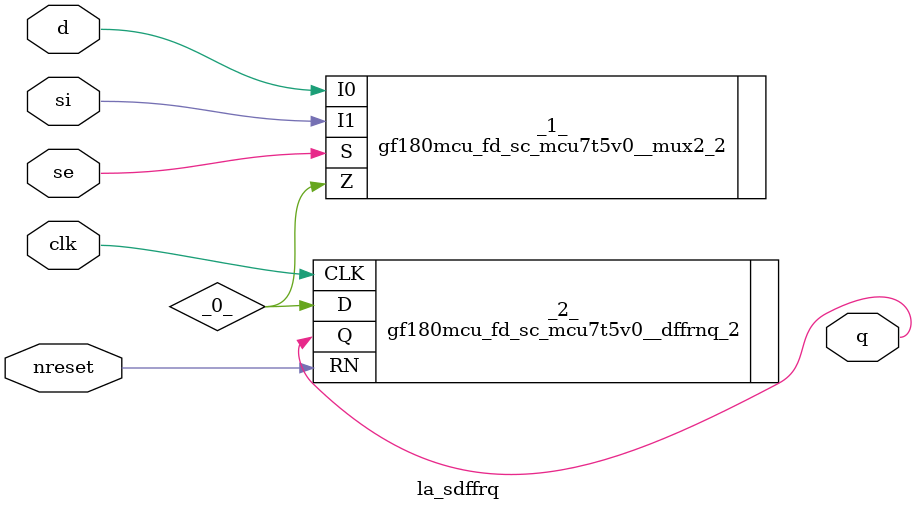
<source format=v>

/* Generated by Yosys 0.44 (git sha1 80ba43d26, g++ 11.4.0-1ubuntu1~22.04 -fPIC -O3) */

(* top =  1  *)
(* src = "generated" *)
module la_sdffrq (
    d,
    si,
    se,
    clk,
    nreset,
    q
);
  (* src = "generated" *)
  wire _0_;
  (* src = "generated" *)
  input clk;
  wire clk;
  (* src = "generated" *)
  input d;
  wire d;
  (* src = "generated" *)
  input nreset;
  wire nreset;
  (* src = "generated" *)
  output q;
  wire q;
  (* src = "generated" *)
  input se;
  wire se;
  (* src = "generated" *)
  input si;
  wire si;
  gf180mcu_fd_sc_mcu7t5v0__mux2_2 _1_ (
      .I0(d),
      .I1(si),
      .S (se),
      .Z (_0_)
  );
  (* src = "generated" *)
  gf180mcu_fd_sc_mcu7t5v0__dffrnq_2 _2_ (
      .CLK(clk),
      .D  (_0_),
      .Q  (q),
      .RN (nreset)
  );
endmodule

</source>
